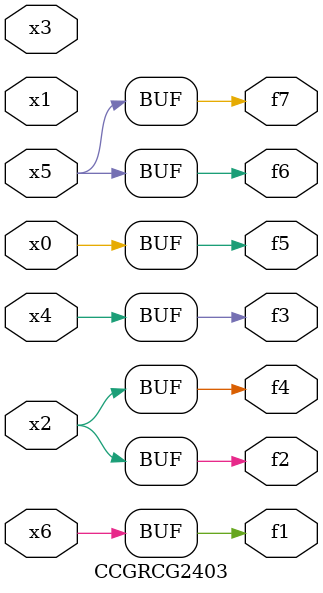
<source format=v>
module CCGRCG2403(
	input x0, x1, x2, x3, x4, x5, x6,
	output f1, f2, f3, f4, f5, f6, f7
);
	assign f1 = x6;
	assign f2 = x2;
	assign f3 = x4;
	assign f4 = x2;
	assign f5 = x0;
	assign f6 = x5;
	assign f7 = x5;
endmodule

</source>
